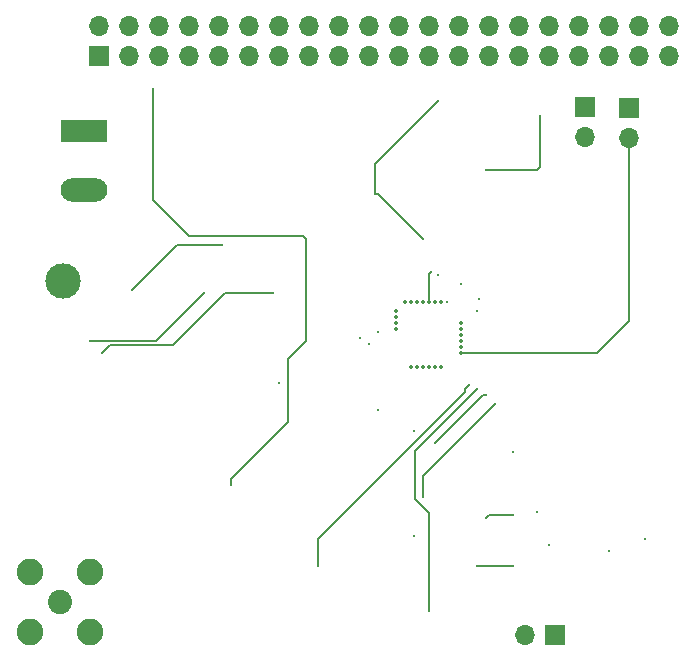
<source format=gbr>
G04 #@! TF.GenerationSoftware,KiCad,Pcbnew,(5.0.0)*
G04 #@! TF.CreationDate,2019-04-02T14:38:18-03:00*
G04 #@! TF.ProjectId,basic-hat,62617369632D6861742E6B696361645F,rev?*
G04 #@! TF.SameCoordinates,Original*
G04 #@! TF.FileFunction,Copper,L2,Inr,Signal*
G04 #@! TF.FilePolarity,Positive*
%FSLAX46Y46*%
G04 Gerber Fmt 4.6, Leading zero omitted, Abs format (unit mm)*
G04 Created by KiCad (PCBNEW (5.0.0)) date 04/02/19 14:38:18*
%MOMM*%
%LPD*%
G01*
G04 APERTURE LIST*
G04 #@! TA.AperFunction,ViaPad*
%ADD10C,2.050000*%
G04 #@! TD*
G04 #@! TA.AperFunction,ViaPad*
%ADD11C,2.250000*%
G04 #@! TD*
G04 #@! TA.AperFunction,ViaPad*
%ADD12O,1.700000X1.700000*%
G04 #@! TD*
G04 #@! TA.AperFunction,ViaPad*
%ADD13R,1.700000X1.700000*%
G04 #@! TD*
G04 #@! TA.AperFunction,ViaPad*
%ADD14R,3.960000X1.980000*%
G04 #@! TD*
G04 #@! TA.AperFunction,ViaPad*
%ADD15O,3.960000X1.980000*%
G04 #@! TD*
G04 #@! TA.AperFunction,ViaPad*
%ADD16C,3.000000*%
G04 #@! TD*
G04 #@! TA.AperFunction,ViaPad*
%ADD17C,0.300000*%
G04 #@! TD*
G04 #@! TA.AperFunction,ViaPad*
%ADD18C,0.350000*%
G04 #@! TD*
G04 #@! TA.AperFunction,Conductor*
%ADD19C,0.145000*%
G04 #@! TD*
G04 APERTURE END LIST*
D10*
G04 #@! TO.N,Net-(ANT1-Pad1)*
G04 #@! TO.C,J1*
X45212000Y-71882000D03*
D11*
G04 #@! TO.N,Ground (VSS_PA)*
X47752000Y-74422000D03*
X47752000Y-69342000D03*
X42672000Y-69342000D03*
X42672000Y-74422000D03*
G04 #@! TD*
D12*
G04 #@! TO.N,P0.09*
G04 #@! TO.C,J2*
X84582000Y-74676000D03*
D13*
G04 #@! TO.N,P0.10*
X87122000Y-74676000D03*
G04 #@! TD*
G04 #@! TO.N,Net-(J3-Pad1)*
G04 #@! TO.C,J3*
X93389001Y-30019001D03*
D12*
G04 #@! TO.N,P0.01*
X93389001Y-32559001D03*
G04 #@! TD*
D13*
G04 #@! TO.N,Net-(J4-Pad1)*
G04 #@! TO.C,J4*
X89662000Y-29972000D03*
D12*
G04 #@! TO.N,p0.00*
X89662000Y-32512000D03*
G04 #@! TD*
D13*
G04 #@! TO.N,Net-(J5-Pad1)*
G04 #@! TO.C,J5*
X48514000Y-25654000D03*
D12*
G04 #@! TO.N,VDDH*
X48514000Y-23114000D03*
G04 #@! TO.N,Net-(J5-Pad3)*
X51054000Y-25654000D03*
G04 #@! TO.N,Net-(J5-Pad4)*
X51054000Y-23114000D03*
G04 #@! TO.N,Net-(J5-Pad5)*
X53594000Y-25654000D03*
G04 #@! TO.N,Ground (VSS_PA)*
X53594000Y-23114000D03*
G04 #@! TO.N,Net-(J5-Pad7)*
X56134000Y-25654000D03*
G04 #@! TO.N,Net-(J4-Pad1)*
X56134000Y-23114000D03*
G04 #@! TO.N,Net-(J5-Pad9)*
X58674000Y-25654000D03*
G04 #@! TO.N,Net-(J3-Pad1)*
X58674000Y-23114000D03*
G04 #@! TO.N,Net-(J5-Pad11)*
X61214000Y-25654000D03*
G04 #@! TO.N,Net-(J5-Pad12)*
X61214000Y-23114000D03*
G04 #@! TO.N,Net-(J5-Pad13)*
X63754000Y-25654000D03*
G04 #@! TO.N,Net-(J5-Pad14)*
X63754000Y-23114000D03*
G04 #@! TO.N,Net-(J5-Pad15)*
X66294000Y-25654000D03*
G04 #@! TO.N,Net-(J5-Pad16)*
X66294000Y-23114000D03*
G04 #@! TO.N,Net-(J5-Pad17)*
X68834000Y-25654000D03*
G04 #@! TO.N,Net-(J5-Pad18)*
X68834000Y-23114000D03*
G04 #@! TO.N,Net-(J5-Pad19)*
X71374000Y-25654000D03*
G04 #@! TO.N,Net-(J5-Pad20)*
X71374000Y-23114000D03*
G04 #@! TO.N,Net-(J5-Pad21)*
X73914000Y-25654000D03*
G04 #@! TO.N,Net-(J5-Pad22)*
X73914000Y-23114000D03*
G04 #@! TO.N,Net-(J5-Pad23)*
X76454000Y-25654000D03*
G04 #@! TO.N,Net-(J5-Pad24)*
X76454000Y-23114000D03*
G04 #@! TO.N,Net-(J5-Pad25)*
X78994000Y-25654000D03*
G04 #@! TO.N,Net-(J5-Pad26)*
X78994000Y-23114000D03*
G04 #@! TO.N,Net-(J5-Pad27)*
X81534000Y-25654000D03*
G04 #@! TO.N,Net-(J5-Pad28)*
X81534000Y-23114000D03*
G04 #@! TO.N,Net-(J5-Pad29)*
X84074000Y-25654000D03*
G04 #@! TO.N,Net-(J5-Pad30)*
X84074000Y-23114000D03*
G04 #@! TO.N,Net-(J5-Pad31)*
X86614000Y-25654000D03*
G04 #@! TO.N,Net-(J5-Pad32)*
X86614000Y-23114000D03*
G04 #@! TO.N,Net-(J5-Pad33)*
X89154000Y-25654000D03*
G04 #@! TO.N,Net-(J5-Pad34)*
X89154000Y-23114000D03*
G04 #@! TO.N,Net-(J5-Pad35)*
X91694000Y-25654000D03*
G04 #@! TO.N,Net-(J5-Pad36)*
X91694000Y-23114000D03*
G04 #@! TO.N,Net-(J5-Pad37)*
X94234000Y-25654000D03*
G04 #@! TO.N,Net-(J5-Pad38)*
X94234000Y-23114000D03*
G04 #@! TO.N,Net-(J5-Pad39)*
X96774000Y-25654000D03*
G04 #@! TO.N,Net-(J5-Pad40)*
X96774000Y-23114000D03*
G04 #@! TD*
D14*
G04 #@! TO.N,+12V*
G04 #@! TO.C,J7*
X47244000Y-32004000D03*
D15*
G04 #@! TO.N,Ground (VSS_PA)*
X47244000Y-37004000D03*
G04 #@! TD*
D16*
G04 #@! TO.N,Net-(IC1-Pad7)*
G04 #@! TO.C,J8*
X45466000Y-44704000D03*
G04 #@! TD*
D17*
G04 #@! TO.N,1.1vsup_decup(dec1)*
X82042000Y-55118000D03*
X75946006Y-62992000D03*
G04 #@! TO.N,VDDH*
X53086000Y-28448000D03*
X64516000Y-51308000D03*
X59690000Y-61976000D03*
X79204000Y-45002000D03*
X66040000Y-49022000D03*
G04 #@! TO.N,decusb3.3v*
X77978000Y-46482000D03*
X63754000Y-53340000D03*
G04 #@! TO.N,1.3vsup_decup(flash)(dec5)*
X72136000Y-49022000D03*
X94742000Y-66548000D03*
G04 #@! TO.N,1.3vsup_decup(dec4)*
X67056000Y-66548000D03*
X67056000Y-68834000D03*
X79866154Y-53483846D03*
G04 #@! TO.N,XC2*
X85598000Y-64262000D03*
X75184000Y-57404000D03*
G04 #@! TO.N,Net-(C15-Pad2)*
X81280000Y-64770000D03*
X83566000Y-64516000D03*
G04 #@! TO.N,XC1*
X75184000Y-66294000D03*
X86614000Y-67056000D03*
G04 #@! TO.N,+12V*
X47752000Y-49784000D03*
X57404000Y-45720000D03*
G04 #@! TO.N,Net-(IC1-Pad7)*
X58928000Y-41656000D03*
X51308000Y-45466000D03*
G04 #@! TO.N,P0.10*
X71374000Y-50038000D03*
G04 #@! TO.N,P0.09*
X70612000Y-49530000D03*
D18*
G04 #@! TO.N,P0.01*
X79204000Y-50776000D03*
D17*
G04 #@! TO.N,SWDCLK*
X81280000Y-35306000D03*
X85852000Y-30734000D03*
D18*
G04 #@! TO.N,P0.18*
X76454000Y-46526000D03*
D17*
X76626500Y-43942000D03*
G04 #@! TO.N,DCCH*
X80684497Y-46225997D03*
X83566000Y-59182000D03*
G04 #@! TO.N,DCC*
X76454000Y-72644000D03*
X80518000Y-53848000D03*
D18*
G04 #@! TO.N,P1.01*
X73704000Y-47276000D03*
G04 #@! TO.N,P1.03*
X73704000Y-47776000D03*
G04 #@! TO.N,P1.05*
X73704000Y-48276000D03*
G04 #@! TO.N,P1.07*
X73704000Y-48776000D03*
G04 #@! TO.N,P1.08*
X79204000Y-48776000D03*
G04 #@! TO.N,P1.11*
X74954000Y-52026000D03*
G04 #@! TO.N,P1.12*
X75454000Y-52026000D03*
G04 #@! TO.N,P1.14*
X75954000Y-52026000D03*
G04 #@! TO.N,P0.03*
X76454000Y-52026000D03*
G04 #@! TO.N,P0.05*
X79204000Y-49776000D03*
G04 #@! TO.N,P0.07*
X79204000Y-49276000D03*
G04 #@! TO.N,P0.11*
X79204000Y-48276000D03*
G04 #@! TO.N,P0.14*
X77454000Y-46526000D03*
G04 #@! TO.N,P0.16*
X76954000Y-46526000D03*
G04 #@! TO.N,P0.19*
X75954000Y-46526000D03*
G04 #@! TO.N,P0.21*
X75454000Y-46526000D03*
G04 #@! TO.N,P0.23*
X74954000Y-46526000D03*
G04 #@! TO.N,P0.25*
X74454000Y-46526000D03*
G04 #@! TO.N,P0.28*
X76954000Y-52026000D03*
G04 #@! TO.N,P0.27*
X79204000Y-50276000D03*
G04 #@! TO.N,P0.30*
X77454000Y-52026000D03*
D17*
G04 #@! TO.N,psu_decup(dec3)*
X72136000Y-55626000D03*
X91694000Y-67564000D03*
G04 #@! TO.N,VDD(A22)*
X71882000Y-37338000D03*
X77216000Y-29464000D03*
X75946000Y-41148000D03*
X80518000Y-68834000D03*
X83566000Y-68834000D03*
X77216000Y-44196000D03*
X80518000Y-47244000D03*
X76962000Y-58420000D03*
X81280000Y-54356000D03*
G04 #@! TO.N,Net-(C22-Pad1)*
X48768000Y-50800000D03*
X63246000Y-45720000D03*
G04 #@! TD*
D19*
G04 #@! TO.N,1.1vsup_decup(dec1)*
X82042000Y-55118000D02*
X75946006Y-61213994D01*
X75946006Y-61213994D02*
X75946006Y-62779868D01*
X75946006Y-62779868D02*
X75946006Y-62992000D01*
G04 #@! TO.N,VDDH*
X53086000Y-28448000D02*
X53086000Y-37846000D01*
X53086000Y-37846000D02*
X56134000Y-40894000D01*
X56134000Y-40894000D02*
X65786000Y-40894000D01*
X65786000Y-40894000D02*
X66040000Y-41148000D01*
X66040000Y-49784000D02*
X64516000Y-51308000D01*
X64516000Y-51308000D02*
X64516000Y-56642000D01*
X64516000Y-56642000D02*
X59690000Y-61468000D01*
X59690000Y-61468000D02*
X59690000Y-61976000D01*
X66040000Y-41148000D02*
X66040000Y-49022000D01*
X66040000Y-49022000D02*
X66040000Y-49784000D01*
G04 #@! TO.N,1.3vsup_decup(dec4)*
X67056000Y-66548000D02*
X67056000Y-68834000D01*
X79358154Y-54245846D02*
X67056000Y-66548000D01*
X79866154Y-53483846D02*
X79502000Y-53848000D01*
X79502000Y-54102000D02*
X79358154Y-54245846D01*
X79502000Y-53848000D02*
X79502000Y-54102000D01*
G04 #@! TO.N,Net-(C15-Pad2)*
X81280000Y-64770000D02*
X81534000Y-64516000D01*
X81534000Y-64516000D02*
X83566000Y-64516000D01*
G04 #@! TO.N,+12V*
X47752000Y-49784000D02*
X53340000Y-49784000D01*
X53340000Y-49784000D02*
X57404000Y-45720000D01*
G04 #@! TO.N,Net-(IC1-Pad7)*
X58928000Y-41656000D02*
X55118000Y-41656000D01*
X55118000Y-41656000D02*
X51308000Y-45466000D01*
G04 #@! TO.N,P0.01*
X79204000Y-50776000D02*
X90702000Y-50776000D01*
X93389001Y-48088999D02*
X93389001Y-32559001D01*
X90702000Y-50776000D02*
X93389001Y-48088999D01*
G04 #@! TO.N,SWDCLK*
X81280000Y-35306000D02*
X85598000Y-35306000D01*
X85598000Y-35306000D02*
X85852000Y-35052000D01*
X85852000Y-35052000D02*
X85852000Y-30734000D01*
G04 #@! TO.N,P0.18*
X76454000Y-46526000D02*
X76454000Y-44114500D01*
X76454000Y-44114500D02*
X76626500Y-43942000D01*
G04 #@! TO.N,DCC*
X75269498Y-59096502D02*
X80368001Y-53997999D01*
X80368001Y-53997999D02*
X80518000Y-53848000D01*
X75269498Y-63194802D02*
X75269498Y-59096502D01*
X76454000Y-64379304D02*
X75269498Y-63194802D01*
X76454000Y-72644000D02*
X76454000Y-64379304D01*
G04 #@! TO.N,VDD(A22)*
X71882000Y-37338000D02*
X71882000Y-34798000D01*
X71882000Y-34798000D02*
X77216000Y-29464000D01*
X72136000Y-37338000D02*
X71882000Y-37338000D01*
X75946000Y-41148000D02*
X72136000Y-37338000D01*
X80518000Y-68834000D02*
X83566000Y-68834000D01*
X81026000Y-54356000D02*
X81067868Y-54356000D01*
X76962000Y-58420000D02*
X81026000Y-54356000D01*
X81067868Y-54356000D02*
X81280000Y-54356000D01*
G04 #@! TO.N,Net-(C22-Pad1)*
X49438990Y-50129010D02*
X54772990Y-50129010D01*
X48768000Y-50800000D02*
X49438990Y-50129010D01*
X54772990Y-50129010D02*
X59182000Y-45720000D01*
X59182000Y-45720000D02*
X63246000Y-45720000D01*
G04 #@! TD*
M02*

</source>
